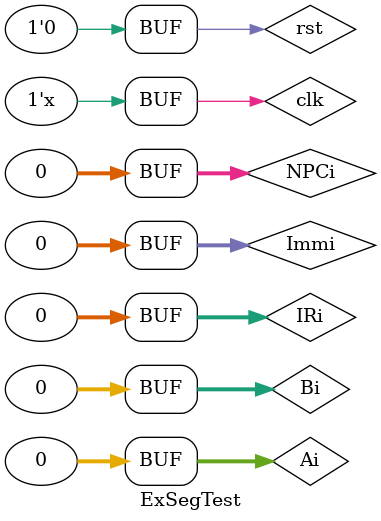
<source format=v>
`timescale 1ns / 1ps


module ExSegTest;

	// Inputs
	reg clk;
	reg rst;
	reg [31:0] IRi;
	reg [31:0] NPCi;
	reg [31:0] Ai;
	reg [31:0] Bi;
	reg [31:0] Immi;

	// Outputs
	wire cond;
	wire [31:0] ALUo;
	wire [31:0] Bo;
	wire [31:0] IRo;
	
	// Instantiate the Unit Under Test (UUT)
	EXSeg uut (
		.clk(clk), 
		.rst(rst), 
		.IRi(IRi), 
		.NPCi(NPCi), 
		.Ai(Ai), 
		.Bi(Bi), 
		.Immi(Immi), 
		.cond(cond), 
		.ALUo(ALUo), 
		.Bo(Bo), 
		.IRo(IRo)
	);
	
	always #10 clk = ~clk;
	
	initial begin
		// Initialize Inputs
		clk = 0;
		rst = 0;
		IRi = 0;
		NPCi = 0;
		Ai = 0;
		Bi = 0;
		Immi = 0;

		// Wait 100 ns for global reset to finish
		#100;
        
		// Add stimulus here

	end
      
endmodule


</source>
